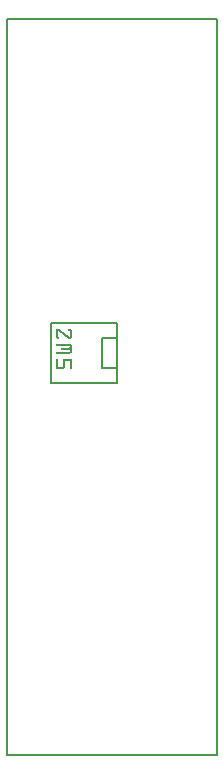
<source format=gbo>
G04 MADE WITH FRITZING*
G04 WWW.FRITZING.ORG*
G04 DOUBLE SIDED*
G04 HOLES PLATED*
G04 CONTOUR ON CENTER OF CONTOUR VECTOR*
%ASAXBY*%
%FSLAX23Y23*%
%MOIN*%
%OFA0B0*%
%SFA1.0B1.0*%
%ADD10R,0.708661X2.460630X0.692661X2.444630*%
%ADD11C,0.008000*%
%ADD12C,0.005000*%
%ADD13R,0.001000X0.001000*%
%LNSILK0*%
G90*
G70*
G54D11*
X4Y2457D02*
X705Y2457D01*
X705Y4D01*
X4Y4D01*
X4Y2457D01*
D02*
G54D12*
X152Y1445D02*
X372Y1445D01*
D02*
X152Y1245D02*
X372Y1245D01*
D02*
X152Y1245D02*
X152Y1445D01*
D02*
X372Y1245D02*
X372Y1295D01*
D02*
X372Y1295D02*
X372Y1395D01*
D02*
X372Y1395D02*
X372Y1445D01*
D02*
X372Y1395D02*
X322Y1395D01*
D02*
X322Y1395D02*
X322Y1295D01*
D02*
X322Y1295D02*
X372Y1295D01*
G54D13*
X173Y1425D02*
X179Y1425D01*
X211Y1425D02*
X216Y1425D01*
X171Y1424D02*
X181Y1424D01*
X210Y1424D02*
X218Y1424D01*
X170Y1423D02*
X182Y1423D01*
X210Y1423D02*
X219Y1423D01*
X170Y1422D02*
X183Y1422D01*
X210Y1422D02*
X220Y1422D01*
X169Y1421D02*
X185Y1421D01*
X210Y1421D02*
X221Y1421D01*
X169Y1420D02*
X186Y1420D01*
X211Y1420D02*
X221Y1420D01*
X169Y1419D02*
X187Y1419D01*
X212Y1419D02*
X221Y1419D01*
X169Y1418D02*
X175Y1418D01*
X178Y1418D02*
X188Y1418D01*
X215Y1418D02*
X222Y1418D01*
X169Y1417D02*
X175Y1417D01*
X179Y1417D02*
X190Y1417D01*
X216Y1417D02*
X222Y1417D01*
X169Y1416D02*
X175Y1416D01*
X180Y1416D02*
X191Y1416D01*
X216Y1416D02*
X222Y1416D01*
X169Y1415D02*
X175Y1415D01*
X182Y1415D02*
X192Y1415D01*
X216Y1415D02*
X222Y1415D01*
X169Y1414D02*
X175Y1414D01*
X183Y1414D02*
X194Y1414D01*
X216Y1414D02*
X222Y1414D01*
X169Y1413D02*
X175Y1413D01*
X184Y1413D02*
X195Y1413D01*
X216Y1413D02*
X222Y1413D01*
X169Y1412D02*
X175Y1412D01*
X186Y1412D02*
X196Y1412D01*
X216Y1412D02*
X222Y1412D01*
X169Y1411D02*
X175Y1411D01*
X187Y1411D02*
X197Y1411D01*
X216Y1411D02*
X222Y1411D01*
X169Y1410D02*
X175Y1410D01*
X188Y1410D02*
X199Y1410D01*
X216Y1410D02*
X222Y1410D01*
X169Y1409D02*
X175Y1409D01*
X189Y1409D02*
X200Y1409D01*
X216Y1409D02*
X222Y1409D01*
X169Y1408D02*
X175Y1408D01*
X191Y1408D02*
X201Y1408D01*
X216Y1408D02*
X222Y1408D01*
X169Y1407D02*
X175Y1407D01*
X192Y1407D02*
X203Y1407D01*
X216Y1407D02*
X222Y1407D01*
X169Y1406D02*
X175Y1406D01*
X193Y1406D02*
X204Y1406D01*
X216Y1406D02*
X222Y1406D01*
X169Y1405D02*
X175Y1405D01*
X195Y1405D02*
X205Y1405D01*
X216Y1405D02*
X222Y1405D01*
X169Y1404D02*
X175Y1404D01*
X196Y1404D02*
X206Y1404D01*
X216Y1404D02*
X222Y1404D01*
X169Y1403D02*
X175Y1403D01*
X197Y1403D02*
X208Y1403D01*
X216Y1403D02*
X222Y1403D01*
X169Y1402D02*
X175Y1402D01*
X198Y1402D02*
X209Y1402D01*
X216Y1402D02*
X222Y1402D01*
X169Y1401D02*
X175Y1401D01*
X200Y1401D02*
X210Y1401D01*
X216Y1401D02*
X222Y1401D01*
X169Y1400D02*
X175Y1400D01*
X201Y1400D02*
X212Y1400D01*
X216Y1400D02*
X222Y1400D01*
X169Y1399D02*
X175Y1399D01*
X202Y1399D02*
X213Y1399D01*
X216Y1399D02*
X222Y1399D01*
X169Y1398D02*
X178Y1398D01*
X204Y1398D02*
X222Y1398D01*
X169Y1397D02*
X180Y1397D01*
X205Y1397D02*
X221Y1397D01*
X170Y1396D02*
X180Y1396D01*
X206Y1396D02*
X221Y1396D01*
X171Y1395D02*
X180Y1395D01*
X208Y1395D02*
X220Y1395D01*
X171Y1394D02*
X180Y1394D01*
X209Y1394D02*
X220Y1394D01*
X173Y1393D02*
X180Y1393D01*
X210Y1393D02*
X219Y1393D01*
X174Y1392D02*
X179Y1392D01*
X212Y1392D02*
X217Y1392D01*
X170Y1375D02*
X215Y1375D01*
X169Y1374D02*
X217Y1374D01*
X169Y1373D02*
X218Y1373D01*
X169Y1372D02*
X220Y1372D01*
X169Y1371D02*
X221Y1371D01*
X170Y1370D02*
X222Y1370D01*
X171Y1369D02*
X222Y1369D01*
X214Y1368D02*
X222Y1368D01*
X215Y1367D02*
X222Y1367D01*
X216Y1366D02*
X222Y1366D01*
X216Y1365D02*
X222Y1365D01*
X215Y1364D02*
X222Y1364D01*
X214Y1363D02*
X222Y1363D01*
X189Y1362D02*
X222Y1362D01*
X187Y1361D02*
X221Y1361D01*
X187Y1360D02*
X221Y1360D01*
X186Y1359D02*
X220Y1359D01*
X186Y1358D02*
X220Y1358D01*
X187Y1357D02*
X221Y1357D01*
X188Y1356D02*
X222Y1356D01*
X212Y1355D02*
X222Y1355D01*
X214Y1354D02*
X222Y1354D01*
X216Y1353D02*
X222Y1353D01*
X216Y1352D02*
X222Y1352D01*
X216Y1351D02*
X222Y1351D01*
X215Y1350D02*
X222Y1350D01*
X213Y1349D02*
X222Y1349D01*
X171Y1348D02*
X222Y1348D01*
X169Y1347D02*
X221Y1347D01*
X169Y1346D02*
X221Y1346D01*
X169Y1345D02*
X219Y1345D01*
X169Y1344D02*
X218Y1344D01*
X169Y1343D02*
X216Y1343D01*
X170Y1342D02*
X214Y1342D01*
X170Y1325D02*
X173Y1325D01*
X196Y1325D02*
X222Y1325D01*
X169Y1324D02*
X174Y1324D01*
X194Y1324D02*
X222Y1324D01*
X169Y1323D02*
X175Y1323D01*
X193Y1323D02*
X222Y1323D01*
X169Y1322D02*
X175Y1322D01*
X193Y1322D02*
X222Y1322D01*
X169Y1321D02*
X175Y1321D01*
X192Y1321D02*
X222Y1321D01*
X169Y1320D02*
X175Y1320D01*
X192Y1320D02*
X222Y1320D01*
X169Y1319D02*
X175Y1319D01*
X192Y1319D02*
X222Y1319D01*
X169Y1318D02*
X175Y1318D01*
X192Y1318D02*
X198Y1318D01*
X216Y1318D02*
X222Y1318D01*
X169Y1317D02*
X175Y1317D01*
X192Y1317D02*
X198Y1317D01*
X216Y1317D02*
X222Y1317D01*
X169Y1316D02*
X175Y1316D01*
X192Y1316D02*
X198Y1316D01*
X216Y1316D02*
X222Y1316D01*
X169Y1315D02*
X175Y1315D01*
X192Y1315D02*
X198Y1315D01*
X216Y1315D02*
X222Y1315D01*
X169Y1314D02*
X175Y1314D01*
X192Y1314D02*
X198Y1314D01*
X216Y1314D02*
X222Y1314D01*
X169Y1313D02*
X175Y1313D01*
X192Y1313D02*
X198Y1313D01*
X216Y1313D02*
X222Y1313D01*
X169Y1312D02*
X175Y1312D01*
X192Y1312D02*
X198Y1312D01*
X216Y1312D02*
X222Y1312D01*
X169Y1311D02*
X175Y1311D01*
X192Y1311D02*
X198Y1311D01*
X216Y1311D02*
X222Y1311D01*
X169Y1310D02*
X175Y1310D01*
X192Y1310D02*
X198Y1310D01*
X216Y1310D02*
X222Y1310D01*
X169Y1309D02*
X175Y1309D01*
X192Y1309D02*
X198Y1309D01*
X216Y1309D02*
X222Y1309D01*
X169Y1308D02*
X175Y1308D01*
X192Y1308D02*
X198Y1308D01*
X216Y1308D02*
X222Y1308D01*
X169Y1307D02*
X175Y1307D01*
X192Y1307D02*
X198Y1307D01*
X216Y1307D02*
X222Y1307D01*
X169Y1306D02*
X175Y1306D01*
X192Y1306D02*
X198Y1306D01*
X216Y1306D02*
X222Y1306D01*
X169Y1305D02*
X175Y1305D01*
X192Y1305D02*
X198Y1305D01*
X216Y1305D02*
X222Y1305D01*
X169Y1304D02*
X175Y1304D01*
X192Y1304D02*
X198Y1304D01*
X216Y1304D02*
X222Y1304D01*
X169Y1303D02*
X175Y1303D01*
X192Y1303D02*
X198Y1303D01*
X216Y1303D02*
X222Y1303D01*
X169Y1302D02*
X175Y1302D01*
X192Y1302D02*
X198Y1302D01*
X216Y1302D02*
X222Y1302D01*
X169Y1301D02*
X175Y1301D01*
X192Y1301D02*
X198Y1301D01*
X216Y1301D02*
X222Y1301D01*
X169Y1300D02*
X175Y1300D01*
X192Y1300D02*
X198Y1300D01*
X216Y1300D02*
X222Y1300D01*
X169Y1299D02*
X175Y1299D01*
X192Y1299D02*
X198Y1299D01*
X216Y1299D02*
X222Y1299D01*
X169Y1298D02*
X198Y1298D01*
X216Y1298D02*
X222Y1298D01*
X169Y1297D02*
X198Y1297D01*
X216Y1297D02*
X222Y1297D01*
X169Y1296D02*
X198Y1296D01*
X216Y1296D02*
X222Y1296D01*
X169Y1295D02*
X197Y1295D01*
X216Y1295D02*
X222Y1295D01*
X170Y1294D02*
X197Y1294D01*
X216Y1294D02*
X222Y1294D01*
X171Y1293D02*
X196Y1293D01*
X216Y1293D02*
X221Y1293D01*
X173Y1292D02*
X194Y1292D01*
X217Y1292D02*
X220Y1292D01*
D02*
G04 End of Silk0*
M02*
</source>
